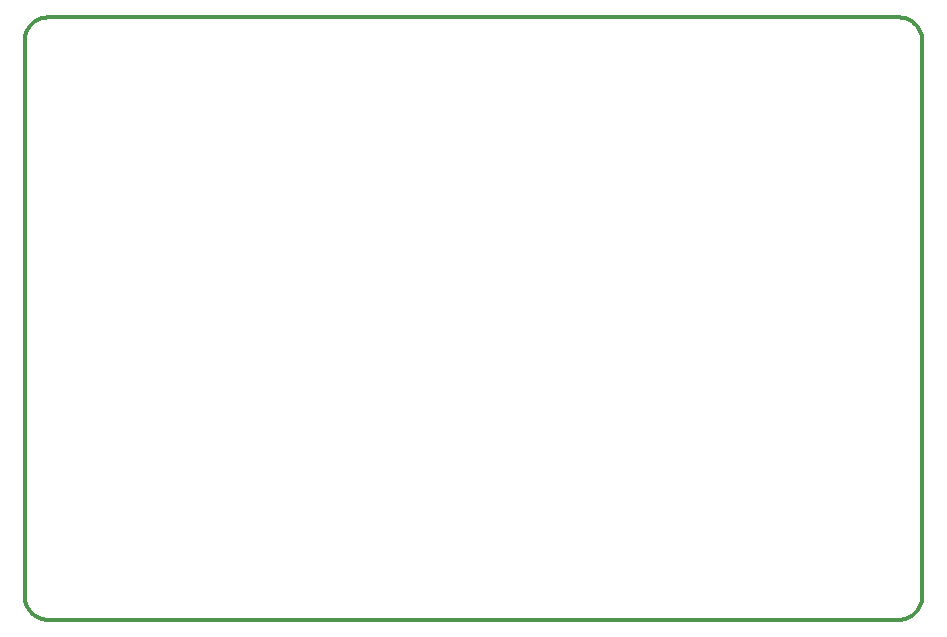
<source format=gbr>
%TF.GenerationSoftware,KiCad,Pcbnew,7.0.1*%
%TF.CreationDate,2023-10-17T15:07:37+02:00*%
%TF.ProjectId,dual-cam-pcb,6475616c-2d63-4616-9d2d-7063622e6b69,rev?*%
%TF.SameCoordinates,Original*%
%TF.FileFunction,Profile,NP*%
%FSLAX46Y46*%
G04 Gerber Fmt 4.6, Leading zero omitted, Abs format (unit mm)*
G04 Created by KiCad (PCBNEW 7.0.1) date 2023-10-17 15:07:37*
%MOMM*%
%LPD*%
G01*
G04 APERTURE LIST*
%TA.AperFunction,Profile*%
%ADD10C,0.349999*%
%TD*%
G04 APERTURE END LIST*
D10*
X75134633Y-106947758D02*
X75225653Y-106982885D01*
X74052239Y-57334633D02*
X74017112Y-57425653D01*
X74352927Y-56832484D02*
X74292446Y-56910122D01*
X75507997Y-107061214D02*
X75604660Y-107078080D01*
X148841773Y-106864386D02*
X148926839Y-106816277D01*
X75702324Y-56109787D02*
X75604660Y-56121918D01*
X149813542Y-105681669D02*
X149839674Y-105587500D01*
X74017112Y-57425653D02*
X73986449Y-57518330D01*
X148291995Y-107061214D02*
X148387493Y-107039681D01*
X147899993Y-107099998D02*
X147999167Y-107097540D01*
X149314208Y-56685786D02*
X149242342Y-56617398D01*
X74292446Y-56910122D02*
X74236021Y-56990399D01*
X148574339Y-56217114D02*
X148481663Y-56186450D01*
X149899993Y-105099998D02*
X149899993Y-58100000D01*
X74183720Y-106126847D02*
X74236021Y-106209601D01*
X147999167Y-56102458D02*
X147899993Y-56100000D01*
X74292446Y-106289878D02*
X74352927Y-106367516D01*
X73921918Y-57804661D02*
X73909787Y-57902325D01*
X148481663Y-107013548D02*
X148574339Y-106982885D01*
X73909787Y-105297674D02*
X73921918Y-105395338D01*
X148665359Y-106947758D02*
X148754558Y-106908236D01*
X148195332Y-107078080D02*
X148291995Y-107061214D01*
X149664379Y-106041781D02*
X149708228Y-105954566D01*
X149447064Y-106367516D02*
X149507544Y-106289878D01*
X74873153Y-106816277D02*
X74958219Y-106864386D01*
X149616269Y-106126847D02*
X149664379Y-106041781D01*
X149890206Y-105297674D02*
X149897534Y-105199173D01*
X149507544Y-106289878D02*
X149563969Y-106209601D01*
X148097668Y-107090212D02*
X148195332Y-107078080D01*
X149382596Y-56757651D02*
X149314208Y-56685786D01*
X73902458Y-58000826D02*
X73900000Y-58100000D01*
X149009593Y-56436023D02*
X148926839Y-56383722D01*
X148574339Y-106982885D02*
X148665359Y-106947758D01*
X149839674Y-105587500D02*
X149861208Y-105492002D01*
X149897534Y-105199173D02*
X149899993Y-105099998D01*
X75225653Y-56217114D02*
X75134633Y-56252241D01*
X73960317Y-57612499D02*
X73938784Y-57707997D01*
X149314208Y-106514213D02*
X149382596Y-106442349D01*
X75900000Y-56100000D02*
X75800826Y-56102458D01*
X73900000Y-58100000D02*
X73900000Y-105099998D01*
X74873153Y-56383722D02*
X74790399Y-56436023D01*
X74091761Y-105954566D02*
X74135611Y-106041781D01*
X74710121Y-106707551D02*
X74790399Y-106763976D01*
X75800826Y-56102458D02*
X75702324Y-56109787D01*
X148754558Y-56291763D02*
X148665359Y-56252241D01*
X74485785Y-106514213D02*
X74557650Y-106582602D01*
X74017112Y-105774346D02*
X74052239Y-105865366D01*
X75045434Y-106908236D02*
X75134633Y-106947758D01*
X149447064Y-56832484D02*
X149382596Y-56757651D01*
X74236021Y-56990399D02*
X74183720Y-57073153D01*
X149878074Y-105395338D02*
X149890206Y-105297674D01*
X74958219Y-56335613D02*
X74873153Y-56383722D01*
X148926839Y-56383722D02*
X148841773Y-56335613D01*
X75702324Y-107090212D02*
X75800826Y-107097540D01*
X75412499Y-107039681D02*
X75507997Y-107061214D01*
X74557650Y-106582602D02*
X74632484Y-106647071D01*
X149242342Y-106582602D02*
X149314208Y-106514213D01*
X75318330Y-56186450D02*
X75225653Y-56217114D01*
X149089871Y-106707551D02*
X149167509Y-106647071D01*
X73900000Y-105099998D02*
X73902458Y-105199173D01*
X74632484Y-106647071D02*
X74710121Y-106707551D01*
X148481663Y-56186450D02*
X148387493Y-56160318D01*
X73986449Y-57518330D02*
X73960317Y-57612499D01*
X149897534Y-58000826D02*
X149890206Y-57902325D01*
X73960317Y-105587500D02*
X73986449Y-105681669D01*
X149861208Y-105492002D02*
X149878074Y-105395338D01*
X74632484Y-56552929D02*
X74557650Y-56617398D01*
X75604660Y-107078080D02*
X75702324Y-107090212D01*
X73921918Y-105395338D02*
X73938784Y-105492002D01*
X149382596Y-106442349D02*
X149447064Y-106367516D01*
X74790399Y-106763976D02*
X74873153Y-106816277D01*
X74352927Y-106367516D02*
X74417396Y-106442349D01*
X148665359Y-56252241D02*
X148574339Y-56217114D01*
X74557650Y-56617398D02*
X74485785Y-56685786D01*
X149242342Y-56617398D02*
X149167509Y-56552929D01*
X149664379Y-57158219D02*
X149616269Y-57073153D01*
X149167509Y-106647071D02*
X149242342Y-106582602D01*
X74417396Y-106442349D02*
X74485785Y-106514213D01*
X74135611Y-106041781D02*
X74183720Y-106126847D01*
X149616269Y-57073153D02*
X149563969Y-56990399D01*
X74052239Y-105865366D02*
X74091761Y-105954566D01*
X149507544Y-56910122D02*
X149447064Y-56832484D01*
X149563969Y-56990399D02*
X149507544Y-56910122D01*
X75225653Y-106982885D02*
X75318330Y-107013548D01*
X148195332Y-56121918D02*
X148097668Y-56109787D01*
X149009593Y-106763976D02*
X149089871Y-106707551D01*
X75900000Y-107099998D02*
X147899993Y-107099998D01*
X149899993Y-58100000D02*
X149897534Y-58000826D01*
X75800826Y-107097540D02*
X75900000Y-107099998D01*
X149563969Y-106209601D02*
X149616269Y-106126847D01*
X75507997Y-56138784D02*
X75412499Y-56160318D01*
X149861208Y-57707997D02*
X149839674Y-57612499D01*
X74135611Y-57158219D02*
X74091761Y-57245434D01*
X149839674Y-57612499D02*
X149813542Y-57518330D01*
X74417396Y-56757651D02*
X74352927Y-56832484D01*
X74790399Y-56436023D02*
X74710121Y-56492448D01*
X148387493Y-107039681D02*
X148481663Y-107013548D01*
X147999167Y-107097540D02*
X148097668Y-107090212D01*
X73986449Y-105681669D02*
X74017112Y-105774346D01*
X74091761Y-57245434D02*
X74052239Y-57334633D01*
X148097668Y-56109787D02*
X147999167Y-56102458D01*
X75134633Y-56252241D02*
X75045434Y-56291763D01*
X148291995Y-56138784D02*
X148195332Y-56121918D01*
X75318330Y-107013548D02*
X75412499Y-107039681D01*
X147899993Y-56100000D02*
X75900000Y-56100000D01*
X148841773Y-56335613D02*
X148754558Y-56291763D01*
X74183720Y-57073153D02*
X74135611Y-57158219D01*
X73938784Y-105492002D02*
X73960317Y-105587500D01*
X73938784Y-57707997D02*
X73921918Y-57804661D01*
X149747751Y-105865366D02*
X149782878Y-105774346D01*
X75412499Y-56160318D02*
X75318330Y-56186450D01*
X149782878Y-57425653D02*
X149747751Y-57334633D01*
X73909787Y-57902325D02*
X73902458Y-58000826D01*
X148387493Y-56160318D02*
X148291995Y-56138784D01*
X149747751Y-57334633D02*
X149708228Y-57245434D01*
X149878074Y-57804660D02*
X149861208Y-57707997D01*
X149782878Y-105774346D02*
X149813542Y-105681669D01*
X75045434Y-56291763D02*
X74958219Y-56335613D01*
X74710121Y-56492448D02*
X74632484Y-56552929D01*
X148926839Y-106816277D02*
X149009593Y-106763976D01*
X74958219Y-106864386D02*
X75045434Y-106908236D01*
X149708228Y-105954566D02*
X149747751Y-105865366D01*
X75604660Y-56121918D02*
X75507997Y-56138784D01*
X74485785Y-56685786D02*
X74417396Y-56757651D01*
X149813542Y-57518330D02*
X149782878Y-57425653D01*
X149708228Y-57245434D02*
X149664379Y-57158219D01*
X149890206Y-57902325D02*
X149878074Y-57804660D01*
X148754558Y-106908236D02*
X148841773Y-106864386D01*
X149167509Y-56552929D02*
X149089871Y-56492448D01*
X73902458Y-105199173D02*
X73909787Y-105297674D01*
X149089871Y-56492448D02*
X149009593Y-56436023D01*
X74236021Y-106209601D02*
X74292446Y-106289878D01*
M02*

</source>
